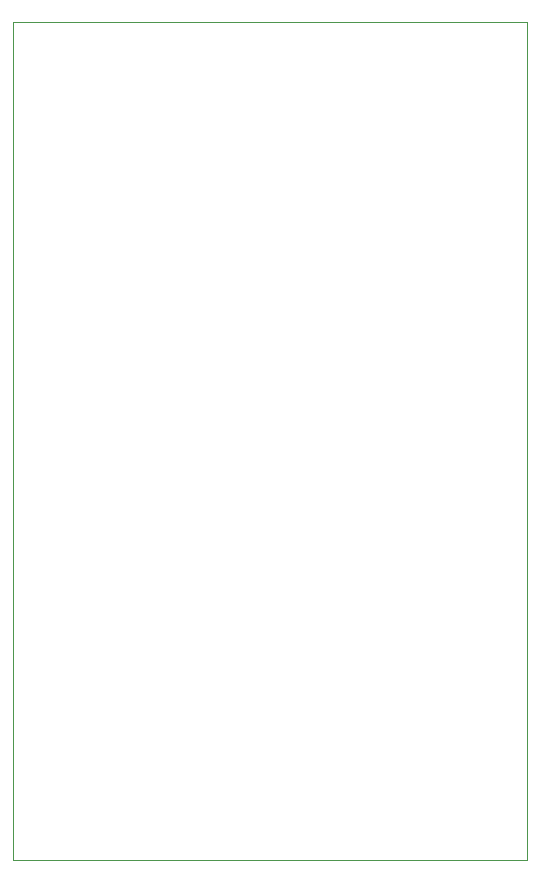
<source format=gbr>
%TF.GenerationSoftware,KiCad,Pcbnew,6.0.11-2627ca5db0~126~ubuntu22.04.1*%
%TF.CreationDate,2023-02-27T20:23:57+01:00*%
%TF.ProjectId,STM32 PIR Sensor,53544d33-3220-4504-9952-2053656e736f,rev?*%
%TF.SameCoordinates,Original*%
%TF.FileFunction,Profile,NP*%
%FSLAX46Y46*%
G04 Gerber Fmt 4.6, Leading zero omitted, Abs format (unit mm)*
G04 Created by KiCad (PCBNEW 6.0.11-2627ca5db0~126~ubuntu22.04.1) date 2023-02-27 20:23:57*
%MOMM*%
%LPD*%
G01*
G04 APERTURE LIST*
%TA.AperFunction,Profile*%
%ADD10C,0.100000*%
%TD*%
G04 APERTURE END LIST*
D10*
X210500000Y-31160000D02*
X254000000Y-31160000D01*
X254000000Y-31160000D02*
X254000000Y-102160000D01*
X254000000Y-102160000D02*
X210500000Y-102160000D01*
X210500000Y-102160000D02*
X210500000Y-31160000D01*
M02*

</source>
